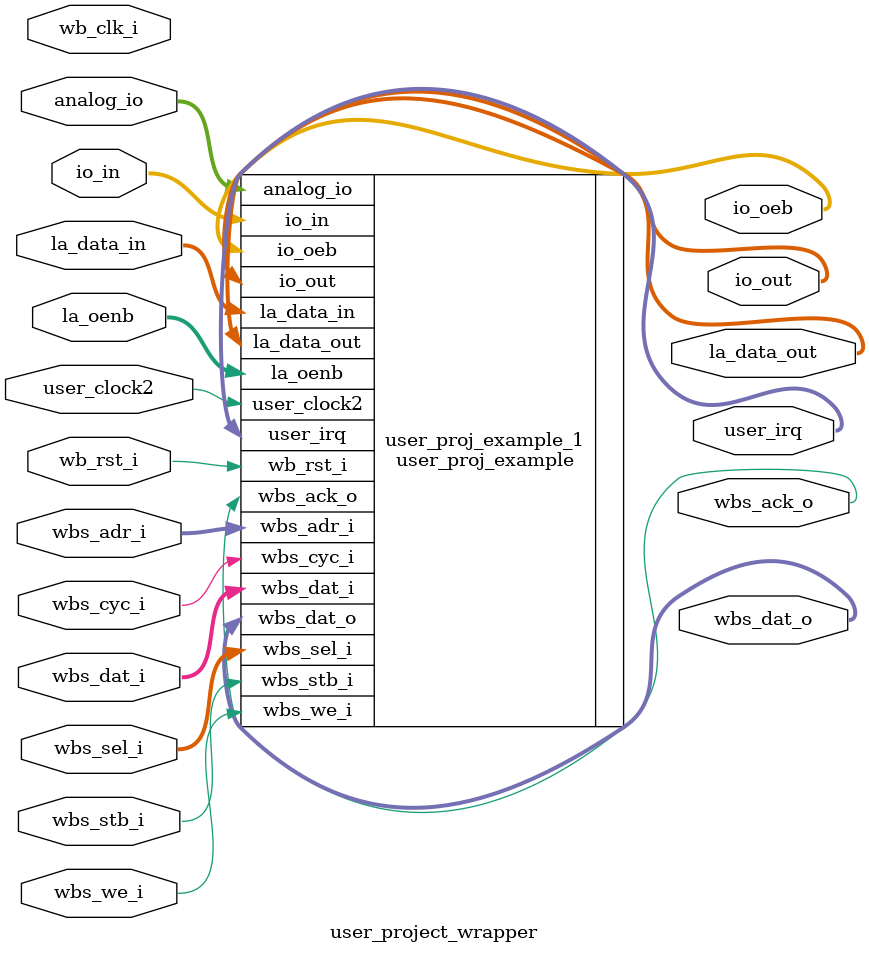
<source format=v>




`default_nettype none
/*
*  *-------------------------------------------------------------
*  *
*  * user_project_wrapper also incorporating an analog block
*  *
*  * This wrapper enumerates all of the pins available to
*    the
*  * user for the user project.
*  *
*  * An example user project is provided in
*    this wrapper.  The
*  * example should be removed and replaced
*    with the actual
*  * user project.
*  *
*  *-------------------------------------------------------------
*  *              */
`ifndef MPRJ_IO_PADS
	`define MPRJ_IO_PADS 38
`endif

module user_project_wrapper (
	`ifdef USE_POWER_PINS
		inout vdda1,	// User area 1 3.3V supply
		inout vdda2,	// User area 2 3.3V supply
		inout vssa1,	// User area 1 analog ground
		inout vssa2,	// User area 2 analog ground
		inout vccd1,	// User area 1 1.8V supply
		inout vccd2,	// User area 2 1.8v supply
		inout vssd1,	// User area 1 digital ground
		inout vssd2,	// User area 2 digital ground
	`endif

// Wishbone Slave ports (WB MI A)
 input wb_clk_i,
 input wb_rst_i,
 input wbs_stb_i,
 input wbs_cyc_i,
 input wbs_we_i,
 input [3:0] wbs_sel_i,
 input [31:0] wbs_dat_i,
 input [31:0] wbs_adr_i,

 output wbs_ack_o,
 output [31:0] wbs_dat_o,

// Logic Analyzer Signals
input  [127:0] la_data_in,
output [127:0] la_data_out,
input  [127:0] la_oenb,

// IOs
input  [`MPRJ_IO_PADS-1:0] io_in,
output [`MPRJ_IO_PADS-1:0] io_out,
output [`MPRJ_IO_PADS-1:0] io_oeb,

// Analog (direct connection to GPIO pad---use with caution)
// Note that analog I/O is not available on the 7 lowest-numbered
// GPIO pads, and so the analog_io indexing is offset from the
// GPIO indexing by 7 (also upper 2 GPIOs do not have analog_io).
 inout [`MPRJ_IO_PADS-10:0] analog_io,

// Independent clock (on independent integer divider)
 input   user_clock2,

// User maskable interrupt signals
 output [2:0] user_irq
 );

 /*--------------------------------------*/
 /* User project is instantiated  here   */
 /*--------------------------------------*/

 user_proj_example user_proj_example_1 (
	 
	`ifdef USE_POWER_PINS
	        .vdda1(vdda1),	// User area 1 3.3V supply
		.vdda2(vdda2),	// User area 2 3.3V supply
		.vssa1(vssa1),	// User area 1 analog ground
		.vssa2(vssa2),	// User area 2 analog ground
		.vccd1(vccd1),	// User area 1 1.8V supply
		.vccd2(vccd2),	// User area 2 1.8v supply
		.vssd1(vssd1),	// User area 1 digital ground
		.vssd2(vssd2),	// User area 2 digital ground
	 `endif
	 .wb_rst_i(wb_rst_i),
	 .wbs_stb_i(wbs_stb_i),
	 .wbs_cyc_i(wbs_cyc_i),
	 .wbs_we_i(wbs_we_i),
	 .wbs_sel_i(wbs_sel_i),
	 .wbs_dat_i(wbs_dat_i),
	 .wbs_adr_i(wbs_adr_i),
	 .wbs_ack_o(wbs_ack_o),
	 .wbs_dat_o(wbs_dat_o),
	 .la_data_in(la_data_in),
         .la_data_out(la_data_out),
	 .la_oenb(la_oenb),
	 .io_in(io_in),
	 .io_out(io_out),
	 .io_oeb(io_oeb),
	 .user_irq(user_irq),
	 .user_clock2(user_clock2),
	 .analog_io(analog_io)
 );

 endmodule	// user_project_wrapper

 `default_nettype wire

</source>
